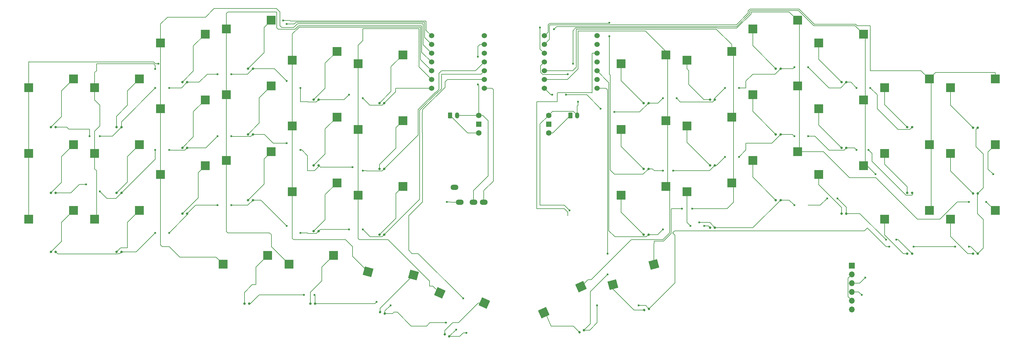
<source format=gbl>
%TF.GenerationSoftware,KiCad,Pcbnew,8.0.3*%
%TF.CreationDate,2024-12-16T00:17:53+09:00*%
%TF.ProjectId,manjaro_mx,6d616e6a-6172-46f5-9f6d-782e6b696361,rev?*%
%TF.SameCoordinates,Original*%
%TF.FileFunction,Copper,L2,Bot*%
%TF.FilePolarity,Positive*%
%FSLAX46Y46*%
G04 Gerber Fmt 4.6, Leading zero omitted, Abs format (unit mm)*
G04 Created by KiCad (PCBNEW 8.0.3) date 2024-12-16 00:17:53*
%MOMM*%
%LPD*%
G01*
G04 APERTURE LIST*
G04 Aperture macros list*
%AMRoundRect*
0 Rectangle with rounded corners*
0 $1 Rounding radius*
0 $2 $3 $4 $5 $6 $7 $8 $9 X,Y pos of 4 corners*
0 Add a 4 corners polygon primitive as box body*
4,1,4,$2,$3,$4,$5,$6,$7,$8,$9,$2,$3,0*
0 Add four circle primitives for the rounded corners*
1,1,$1+$1,$2,$3*
1,1,$1+$1,$4,$5*
1,1,$1+$1,$6,$7*
1,1,$1+$1,$8,$9*
0 Add four rect primitives between the rounded corners*
20,1,$1+$1,$2,$3,$4,$5,0*
20,1,$1+$1,$4,$5,$6,$7,0*
20,1,$1+$1,$6,$7,$8,$9,0*
20,1,$1+$1,$8,$9,$2,$3,0*%
%AMRotRect*
0 Rectangle, with rotation*
0 The origin of the aperture is its center*
0 $1 length*
0 $2 width*
0 $3 Rotation angle, in degrees counterclockwise*
0 Add horizontal line*
21,1,$1,$2,0,0,$3*%
G04 Aperture macros list end*
%TA.AperFunction,SMDPad,CuDef*%
%ADD10RotRect,2.550000X2.500000X15.000000*%
%TD*%
%TA.AperFunction,ComponentPad*%
%ADD11O,2.300000X1.500000*%
%TD*%
%TA.AperFunction,ComponentPad*%
%ADD12RoundRect,0.250000X-0.350000X-0.625000X0.350000X-0.625000X0.350000X0.625000X-0.350000X0.625000X0*%
%TD*%
%TA.AperFunction,ComponentPad*%
%ADD13O,1.200000X1.750000*%
%TD*%
%TA.AperFunction,ComponentPad*%
%ADD14R,1.700000X1.700000*%
%TD*%
%TA.AperFunction,ComponentPad*%
%ADD15O,1.700000X1.700000*%
%TD*%
%TA.AperFunction,ComponentPad*%
%ADD16C,1.524000*%
%TD*%
%TA.AperFunction,SMDPad,CuDef*%
%ADD17RoundRect,0.150000X-0.150000X-0.200000X0.150000X-0.200000X0.150000X0.200000X-0.150000X0.200000X0*%
%TD*%
%TA.AperFunction,ComponentPad*%
%ADD18R,1.500000X1.500000*%
%TD*%
%TA.AperFunction,ComponentPad*%
%ADD19C,1.600000*%
%TD*%
%TA.AperFunction,SMDPad,CuDef*%
%ADD20R,2.550000X2.500000*%
%TD*%
%TA.AperFunction,SMDPad,CuDef*%
%ADD21RoundRect,0.150000X-0.056195X-0.243602X0.218124X-0.122156X0.056195X0.243602X-0.218124X0.122156X0*%
%TD*%
%TA.AperFunction,SMDPad,CuDef*%
%ADD22RoundRect,0.150000X-0.196653X-0.154362X0.093125X-0.232008X0.196653X0.154362X-0.093125X0.232008X0*%
%TD*%
%TA.AperFunction,SMDPad,CuDef*%
%ADD23RoundRect,0.150000X-0.218124X-0.122156X0.056195X-0.243602X0.218124X0.122156X-0.056195X0.243602X0*%
%TD*%
%TA.AperFunction,SMDPad,CuDef*%
%ADD24RotRect,2.550000X2.500000X24.001000*%
%TD*%
%TA.AperFunction,SMDPad,CuDef*%
%ADD25RoundRect,0.150000X-0.093125X-0.232008X0.196653X-0.154362X0.093125X0.232008X-0.196653X0.154362X0*%
%TD*%
%TA.AperFunction,SMDPad,CuDef*%
%ADD26RotRect,2.550000X2.500000X345.000000*%
%TD*%
%TA.AperFunction,SMDPad,CuDef*%
%ADD27RotRect,2.550000X2.500000X336.000000*%
%TD*%
%TA.AperFunction,ViaPad*%
%ADD28C,0.600000*%
%TD*%
%TA.AperFunction,ViaPad*%
%ADD29C,0.300000*%
%TD*%
%TA.AperFunction,Conductor*%
%ADD30C,0.200000*%
%TD*%
G04 APERTURE END LIST*
D10*
%TO.P,rSW17,1,1*%
%TO.N,Net-(rD17-A)*%
X212049015Y-128980281D03*
%TO.P,rSW17,2,2*%
%TO.N,rCOL1*%
X223878138Y-123181076D03*
%TD*%
D11*
%TO.P,J1,1,A*%
%TO.N,unconnected-(J1-A-Pad1)*%
X166250000Y-100800000D03*
%TO.P,J1,4,D*%
%TO.N,5V*%
X167750000Y-105100000D03*
%TO.P,J1,3,C*%
%TO.N,BAT-*%
X171750000Y-105100000D03*
%TO.P,J1,2,B*%
%TO.N,TX*%
X174750000Y-105100000D03*
%TD*%
D12*
%TO.P,BT1,1,+*%
%TO.N,BAT+*%
X165000000Y-80000000D03*
D13*
%TO.P,BT1,2,-*%
%TO.N,BAT-*%
X167000000Y-80000000D03*
%TD*%
D14*
%TO.P,rJ3,1,Pin_1*%
%TO.N,3V3*%
X281150000Y-123475000D03*
D15*
%TO.P,rJ3,2,Pin_2*%
%TO.N,rBAT-*%
X281150000Y-126015000D03*
%TO.P,rJ3,3,Pin_3*%
%TO.N,SCLK*%
X281150000Y-128555000D03*
%TO.P,rJ3,4,Pin_4*%
%TO.N,SDIO*%
X281150000Y-131095000D03*
%TO.P,rJ3,5,Pin_5*%
%TO.N,rBAT-*%
X281150000Y-133635000D03*
%TO.P,rJ3,6,Pin_6*%
%TO.N,unconnected-(rJ3-Pin_6-Pad6)*%
X281150000Y-136175000D03*
%TD*%
D16*
%TO.P,rU1,1,P0.02_AIN0_LOW_A0_D0*%
%TO.N,rROW1*%
X192230000Y-56880000D03*
%TO.P,rU1,2,P0.03_AIN1_LOW_A1_D1*%
%TO.N,rCOL4*%
X192230000Y-59420000D03*
%TO.P,rU1,3,P0.28_AIN4_LOW_A2_D2*%
%TO.N,rCOL3*%
X192230000Y-61960000D03*
%TO.P,rU1,4,P0.29_AIN5_LOW_A3_D3*%
%TO.N,rCOL2*%
X192230000Y-64500000D03*
%TO.P,rU1,5,P0.04_AIN2_A4_D4*%
%TO.N,rCOL1*%
X192230000Y-67040000D03*
%TO.P,rU1,6,P0.05_AIN3_A5_D5*%
%TO.N,rCOL0*%
X192230000Y-69580000D03*
%TO.P,rU1,7,P1.11_TX_D6*%
%TO.N,rROW0*%
X192230000Y-72120000D03*
%TO.P,rU1,8,P1.12_RX_D7*%
%TO.N,rROW3*%
X207470000Y-72120000D03*
%TO.P,rU1,9,P1.13_SCK_D8*%
%TO.N,SCLK*%
X207470000Y-69580000D03*
%TO.P,rU1,10,P1.14_MISO_D9*%
%TO.N,rROW2*%
X207470000Y-67040000D03*
%TO.P,rU1,11,P1.15_MOSI_D10*%
%TO.N,SDIO*%
X207470000Y-64500000D03*
%TO.P,rU1,12,3V3*%
%TO.N,3V3*%
X207470000Y-61960000D03*
%TO.P,rU1,13,GND*%
%TO.N,rBAT-*%
X207470000Y-59420000D03*
%TO.P,rU1,14,VBUS*%
%TO.N,unconnected-(rU1-VBUS-Pad14)*%
X207470000Y-56880000D03*
%TD*%
%TO.P,U1,1,P0.02_AIN0_LOW_A0_D0*%
%TO.N,COL5*%
X159630000Y-56880000D03*
%TO.P,U1,2,P0.03_AIN1_LOW_A1_D1*%
%TO.N,COL4*%
X159630000Y-59420000D03*
%TO.P,U1,3,P0.28_AIN4_LOW_A2_D2*%
%TO.N,COL3*%
X159630000Y-61960000D03*
%TO.P,U1,4,P0.29_AIN5_LOW_A3_D3*%
%TO.N,COL2*%
X159630000Y-64500000D03*
%TO.P,U1,5,P0.04_AIN2_A4_D4*%
%TO.N,COL1*%
X159630000Y-67040000D03*
%TO.P,U1,6,P0.05_AIN3_A5_D5*%
%TO.N,COL0*%
X159630000Y-69580000D03*
%TO.P,U1,7,P1.11_TX_D6*%
%TO.N,ROW0*%
X159630000Y-72120000D03*
%TO.P,U1,8,P1.12_RX_D7*%
%TO.N,TX*%
X174870000Y-72120000D03*
%TO.P,U1,9,P1.13_SCK_D8*%
%TO.N,ROW3*%
X174870000Y-69580000D03*
%TO.P,U1,10,P1.14_MISO_D9*%
%TO.N,ROW2*%
X174870000Y-67040000D03*
%TO.P,U1,11,P1.15_MOSI_D10*%
%TO.N,ROW1*%
X174870000Y-64500000D03*
%TO.P,U1,12,3V3*%
%TO.N,unconnected-(U1-3V3-Pad12)_0*%
X174870000Y-61960000D03*
%TO.P,U1,13,GND*%
%TO.N,BAT-*%
X174870000Y-59420000D03*
%TO.P,U1,14,VBUS*%
%TO.N,5V*%
X174870000Y-56880000D03*
%TD*%
D12*
%TO.P,rBT1,1,+*%
%TO.N,rBAT+*%
X199750000Y-80000000D03*
D13*
%TO.P,rBT1,2,-*%
%TO.N,rBAT-*%
X201750000Y-80000000D03*
%TD*%
D17*
%TO.P,D7,1,K*%
%TO.N,ROW1*%
X145950000Y-95450000D03*
%TO.P,D7,2,A*%
%TO.N,Net-(D7-A)*%
X144550000Y-95450000D03*
%TD*%
D18*
%TO.P,PowerSW1,1,B*%
%TO.N,Net-(PowerSW1-B)*%
X173250000Y-82500000D03*
D19*
%TO.P,PowerSW1,2,C*%
%TO.N,BAT-*%
X173250000Y-79960000D03*
%TO.P,PowerSW1,3,A*%
%TO.N,BAT+*%
X173250000Y-85040000D03*
%TD*%
D20*
%TO.P,rSW13,1,1*%
%TO.N,Net-(rD13-A)*%
X252515000Y-93060000D03*
%TO.P,rSW13,2,2*%
%TO.N,rCOL2*%
X265442000Y-90520000D03*
%TD*%
D17*
%TO.P,D9,1,K*%
%TO.N,ROW1*%
X107950000Y-85450000D03*
%TO.P,D9,2,A*%
%TO.N,Net-(D9-A)*%
X106550000Y-85450000D03*
%TD*%
D20*
%TO.P,rSW2,1,1*%
%TO.N,Net-(rD2-A)*%
X233465000Y-63960000D03*
%TO.P,rSW2,2,2*%
%TO.N,rCOL1*%
X246392000Y-61420000D03*
%TD*%
%TO.P,rSW5,1,1*%
%TO.N,Net-(rD5-A)*%
X290615000Y-71960000D03*
%TO.P,rSW5,2,2*%
%TO.N,rCOL4*%
X303542000Y-69420000D03*
%TD*%
D17*
%TO.P,D16,1,K*%
%TO.N,ROW2*%
X88950000Y-108450000D03*
%TO.P,D16,2,A*%
%TO.N,Net-(D16-A)*%
X87550000Y-108450000D03*
%TD*%
D20*
%TO.P,rSW14,1,1*%
%TO.N,Net-(rD14-A)*%
X271565000Y-97060000D03*
%TO.P,rSW14,2,2*%
%TO.N,rCOL3*%
X284492000Y-94520000D03*
%TD*%
D17*
%TO.P,rD1,1,K*%
%TO.N,rROW0*%
X222350000Y-76400000D03*
%TO.P,rD1,2,A*%
%TO.N,Net-(rD1-A)*%
X220950000Y-76400000D03*
%TD*%
D20*
%TO.P,rSW15,1,1*%
%TO.N,Net-(rD15-A)*%
X290615000Y-110060000D03*
%TO.P,rSW15,2,2*%
%TO.N,rCOL4*%
X303542000Y-107520000D03*
%TD*%
D17*
%TO.P,rD3,1,K*%
%TO.N,rROW0*%
X260550000Y-66400000D03*
%TO.P,rD3,2,A*%
%TO.N,Net-(rD3-A)*%
X259150000Y-66400000D03*
%TD*%
%TO.P,rD15,1,K*%
%TO.N,rROW2*%
X298550000Y-120000000D03*
%TO.P,rD15,2,A*%
%TO.N,Net-(rD15-A)*%
X297150000Y-120000000D03*
%TD*%
%TO.P,rD13,1,K*%
%TO.N,rROW2*%
X260550000Y-104500000D03*
%TO.P,rD13,2,A*%
%TO.N,Net-(rD13-A)*%
X259150000Y-104500000D03*
%TD*%
D20*
%TO.P,rSW8,1,1*%
%TO.N,Net-(rD8-A)*%
X252515000Y-74010000D03*
%TO.P,rSW8,2,2*%
%TO.N,rCOL2*%
X265442000Y-71470000D03*
%TD*%
D17*
%TO.P,D15,1,K*%
%TO.N,ROW2*%
X107950000Y-104500000D03*
%TO.P,D15,2,A*%
%TO.N,Net-(D15-A)*%
X106550000Y-104500000D03*
%TD*%
D20*
%TO.P,SW15,1,1*%
%TO.N,COL2*%
X100315000Y-93060000D03*
%TO.P,SW15,2,2*%
%TO.N,Net-(D15-A)*%
X113242000Y-90520000D03*
%TD*%
%TO.P,SW10,1,1*%
%TO.N,COL3*%
X81265000Y-78010000D03*
%TO.P,SW10,2,2*%
%TO.N,Net-(D10-A)*%
X94192000Y-75470000D03*
%TD*%
%TO.P,SW21,1,1*%
%TO.N,COL2*%
X118365000Y-123060000D03*
%TO.P,SW21,2,2*%
%TO.N,Net-(D21-A)*%
X131292000Y-120520000D03*
%TD*%
D21*
%TO.P,rD16,1,K*%
%TO.N,rROW3*%
X203640077Y-142216624D03*
%TO.P,rD16,2,A*%
%TO.N,Net-(rD16-A)*%
X202359923Y-142783376D03*
%TD*%
D20*
%TO.P,SW16,1,1*%
%TO.N,COL3*%
X81265000Y-97060000D03*
%TO.P,SW16,2,2*%
%TO.N,Net-(D16-A)*%
X94192000Y-94520000D03*
%TD*%
%TO.P,rSW4,1,1*%
%TO.N,Net-(rD4-A)*%
X271565000Y-58960000D03*
%TO.P,rSW4,2,2*%
%TO.N,rCOL3*%
X284492000Y-56420000D03*
%TD*%
D17*
%TO.P,D18,1,K*%
%TO.N,ROW2*%
X50950000Y-119500000D03*
%TO.P,D18,2,A*%
%TO.N,Net-(D18-A)*%
X49550000Y-119500000D03*
%TD*%
D22*
%TO.P,D20,1,K*%
%TO.N,ROW3*%
X146102296Y-137362346D03*
%TO.P,D20,2,A*%
%TO.N,Net-(D20-A)*%
X144750000Y-137000000D03*
%TD*%
D20*
%TO.P,SW22,1,1*%
%TO.N,COL3*%
X99315000Y-123060000D03*
%TO.P,SW22,2,2*%
%TO.N,Net-(D22-A)*%
X112242000Y-120520000D03*
%TD*%
D17*
%TO.P,D1,1,K*%
%TO.N,ROW0*%
X145950000Y-76400000D03*
%TO.P,D1,2,A*%
%TO.N,Net-(D1-A)*%
X144550000Y-76400000D03*
%TD*%
D20*
%TO.P,rSW18,1,1*%
%TO.N,Net-(rD18-A)*%
X309665000Y-110060000D03*
%TO.P,rSW18,2,2*%
%TO.N,rCOL2*%
X322592000Y-107520000D03*
%TD*%
D17*
%TO.P,rD11,1,K*%
%TO.N,rROW2*%
X222350000Y-114500000D03*
%TO.P,rD11,2,A*%
%TO.N,Net-(rD11-A)*%
X220950000Y-114500000D03*
%TD*%
D20*
%TO.P,rSW1,1,1*%
%TO.N,Net-(rD1-A)*%
X214415000Y-64960000D03*
%TO.P,rSW1,2,2*%
%TO.N,rCOL0*%
X227342000Y-62420000D03*
%TD*%
D17*
%TO.P,rD7,1,K*%
%TO.N,rROW1*%
X241550000Y-94450000D03*
%TO.P,rD7,2,A*%
%TO.N,Net-(rD7-A)*%
X240150000Y-94450000D03*
%TD*%
D20*
%TO.P,rSW10,1,1*%
%TO.N,Net-(rD10-A)*%
X290615000Y-91010000D03*
%TO.P,rSW10,2,2*%
%TO.N,rCOL4*%
X303542000Y-88470000D03*
%TD*%
D17*
%TO.P,rD8,1,K*%
%TO.N,rROW1*%
X260550000Y-85450000D03*
%TO.P,rD8,2,A*%
%TO.N,Net-(rD8-A)*%
X259150000Y-85450000D03*
%TD*%
%TO.P,D21,1,K*%
%TO.N,ROW3*%
X125950000Y-134500000D03*
%TO.P,D21,2,A*%
%TO.N,Net-(D21-A)*%
X124550000Y-134500000D03*
%TD*%
D20*
%TO.P,SW3,1,1*%
%TO.N,COL2*%
X100315000Y-54960000D03*
%TO.P,SW3,2,2*%
%TO.N,Net-(D3-A)*%
X113242000Y-52420000D03*
%TD*%
D17*
%TO.P,D22,1,K*%
%TO.N,ROW3*%
X106900000Y-134500000D03*
%TO.P,D22,2,A*%
%TO.N,Net-(D22-A)*%
X105500000Y-134500000D03*
%TD*%
%TO.P,D14,1,K*%
%TO.N,ROW2*%
X126950000Y-113500000D03*
%TO.P,D14,2,A*%
%TO.N,Net-(D14-A)*%
X125550000Y-113500000D03*
%TD*%
D20*
%TO.P,SW9,1,1*%
%TO.N,COL2*%
X100315000Y-74010000D03*
%TO.P,SW9,2,2*%
%TO.N,Net-(D9-A)*%
X113242000Y-71470000D03*
%TD*%
D17*
%TO.P,D13,1,K*%
%TO.N,ROW2*%
X145950000Y-114500000D03*
%TO.P,D13,2,A*%
%TO.N,Net-(D13-A)*%
X144550000Y-114500000D03*
%TD*%
D20*
%TO.P,rSW19,1,1*%
%TO.N,Net-(rD19-A)*%
X309665000Y-91010000D03*
%TO.P,rSW19,2,2*%
%TO.N,rCOL3*%
X322592000Y-88470000D03*
%TD*%
%TO.P,SW6,1,1*%
%TO.N,COL5*%
X43165000Y-71960000D03*
%TO.P,SW6,2,2*%
%TO.N,Net-(D6-A)*%
X56092000Y-69420000D03*
%TD*%
%TO.P,rSW20,1,1*%
%TO.N,Net-(rD20-A)*%
X309665000Y-71960000D03*
%TO.P,rSW20,2,2*%
%TO.N,rCOL4*%
X322592000Y-69420000D03*
%TD*%
D23*
%TO.P,D19,1,K*%
%TO.N,ROW3*%
X164750000Y-144000000D03*
%TO.P,D19,2,A*%
%TO.N,Net-(D19-A)*%
X163469846Y-143433248D03*
%TD*%
D20*
%TO.P,SW5,1,1*%
%TO.N,COL4*%
X62215000Y-71960000D03*
%TO.P,SW5,2,2*%
%TO.N,Net-(D5-A)*%
X75142000Y-69420000D03*
%TD*%
D17*
%TO.P,rD4,1,K*%
%TO.N,rROW0*%
X279550000Y-70350000D03*
%TO.P,rD4,2,A*%
%TO.N,Net-(rD4-A)*%
X278150000Y-70350000D03*
%TD*%
D18*
%TO.P,rPowerSW1,1,B*%
%TO.N,Net-(rPowerSW1-B)*%
X193500000Y-82500000D03*
D19*
%TO.P,rPowerSW1,2,C*%
%TO.N,rBAT-*%
X193500000Y-79960000D03*
%TO.P,rPowerSW1,3,A*%
%TO.N,rBAT+*%
X193500000Y-85040000D03*
%TD*%
D20*
%TO.P,SW18,1,1*%
%TO.N,COL5*%
X43165000Y-110060000D03*
%TO.P,SW18,2,2*%
%TO.N,Net-(D18-A)*%
X56092000Y-107520000D03*
%TD*%
%TO.P,rSW12,1,1*%
%TO.N,Net-(rD12-A)*%
X233465000Y-102060000D03*
%TO.P,rSW12,2,2*%
%TO.N,rCOL1*%
X246392000Y-99520000D03*
%TD*%
%TO.P,SW12,1,1*%
%TO.N,COL5*%
X43165000Y-91010000D03*
%TO.P,SW12,2,2*%
%TO.N,Net-(D12-A)*%
X56092000Y-88470000D03*
%TD*%
D17*
%TO.P,D3,1,K*%
%TO.N,ROW0*%
X107950000Y-66400000D03*
%TO.P,D3,2,A*%
%TO.N,Net-(D3-A)*%
X106550000Y-66400000D03*
%TD*%
%TO.P,rD9,1,K*%
%TO.N,rROW1*%
X279550000Y-89400000D03*
%TO.P,rD9,2,A*%
%TO.N,Net-(rD9-A)*%
X278150000Y-89400000D03*
%TD*%
D20*
%TO.P,rSW6,1,1*%
%TO.N,Net-(rD6-A)*%
X214415000Y-84010000D03*
%TO.P,rSW6,2,2*%
%TO.N,rCOL0*%
X227342000Y-81470000D03*
%TD*%
%TO.P,SW8,1,1*%
%TO.N,COL1*%
X119365000Y-83010000D03*
%TO.P,SW8,2,2*%
%TO.N,Net-(D8-A)*%
X132292000Y-80470000D03*
%TD*%
D24*
%TO.P,rSW16,1,1*%
%TO.N,Net-(rD16-A)*%
X192044429Y-137161455D03*
%TO.P,rSW16,2,2*%
%TO.N,rCOL0*%
X202820588Y-129582977D03*
%TD*%
D20*
%TO.P,SW7,1,1*%
%TO.N,COL0*%
X138415000Y-84010000D03*
%TO.P,SW7,2,2*%
%TO.N,Net-(D7-A)*%
X151342000Y-81470000D03*
%TD*%
D17*
%TO.P,D10,1,K*%
%TO.N,ROW1*%
X88950000Y-89400000D03*
%TO.P,D10,2,A*%
%TO.N,Net-(D10-A)*%
X87550000Y-89400000D03*
%TD*%
D20*
%TO.P,SW11,1,1*%
%TO.N,COL4*%
X62215000Y-91010000D03*
%TO.P,SW11,2,2*%
%TO.N,Net-(D11-A)*%
X75142000Y-88470000D03*
%TD*%
D17*
%TO.P,rD14,1,K*%
%TO.N,rROW2*%
X279550000Y-108450000D03*
%TO.P,rD14,2,A*%
%TO.N,Net-(rD14-A)*%
X278150000Y-108450000D03*
%TD*%
%TO.P,rD5,1,K*%
%TO.N,rROW0*%
X298550000Y-83400000D03*
%TO.P,rD5,2,A*%
%TO.N,Net-(rD5-A)*%
X297150000Y-83400000D03*
%TD*%
%TO.P,rD20,1,K*%
%TO.N,rROW3*%
X317550000Y-83500000D03*
%TO.P,rD20,2,A*%
%TO.N,Net-(rD20-A)*%
X316150000Y-83500000D03*
%TD*%
%TO.P,rD6,1,K*%
%TO.N,rROW1*%
X222350000Y-95450000D03*
%TO.P,rD6,2,A*%
%TO.N,Net-(rD6-A)*%
X220950000Y-95450000D03*
%TD*%
D20*
%TO.P,SW14,1,1*%
%TO.N,COL1*%
X119365000Y-102060000D03*
%TO.P,SW14,2,2*%
%TO.N,Net-(D14-A)*%
X132292000Y-99520000D03*
%TD*%
D17*
%TO.P,D2,1,K*%
%TO.N,ROW0*%
X126950000Y-75400000D03*
%TO.P,D2,2,A*%
%TO.N,Net-(D2-A)*%
X125550000Y-75400000D03*
%TD*%
D20*
%TO.P,SW13,1,1*%
%TO.N,COL0*%
X138415000Y-103060000D03*
%TO.P,SW13,2,2*%
%TO.N,Net-(D13-A)*%
X151342000Y-100520000D03*
%TD*%
D17*
%TO.P,D17,1,K*%
%TO.N,ROW2*%
X69950000Y-119500000D03*
%TO.P,D17,2,A*%
%TO.N,Net-(D17-A)*%
X68550000Y-119500000D03*
%TD*%
%TO.P,D11,1,K*%
%TO.N,ROW1*%
X69950000Y-102450000D03*
%TO.P,D11,2,A*%
%TO.N,Net-(D11-A)*%
X68550000Y-102450000D03*
%TD*%
%TO.P,rD10,1,K*%
%TO.N,rROW1*%
X298550000Y-102450000D03*
%TO.P,rD10,2,A*%
%TO.N,Net-(rD10-A)*%
X297150000Y-102450000D03*
%TD*%
%TO.P,D4,1,K*%
%TO.N,ROW0*%
X88950000Y-70350000D03*
%TO.P,D4,2,A*%
%TO.N,Net-(D4-A)*%
X87550000Y-70350000D03*
%TD*%
D20*
%TO.P,rSW7,1,1*%
%TO.N,Net-(rD7-A)*%
X233465000Y-83010000D03*
%TO.P,rSW7,2,2*%
%TO.N,rCOL1*%
X246392000Y-80470000D03*
%TD*%
D25*
%TO.P,rD17,1,K*%
%TO.N,rROW3*%
X222500000Y-136000000D03*
%TO.P,rD17,2,A*%
%TO.N,Net-(rD17-A)*%
X221147704Y-136362346D03*
%TD*%
D20*
%TO.P,SW17,1,1*%
%TO.N,COL4*%
X62215000Y-110060000D03*
%TO.P,SW17,2,2*%
%TO.N,Net-(D17-A)*%
X75142000Y-107520000D03*
%TD*%
%TO.P,SW4,1,1*%
%TO.N,COL3*%
X81265000Y-58960000D03*
%TO.P,SW4,2,2*%
%TO.N,Net-(D4-A)*%
X94192000Y-56420000D03*
%TD*%
D17*
%TO.P,D5,1,K*%
%TO.N,ROW0*%
X69950000Y-83400000D03*
%TO.P,D5,2,A*%
%TO.N,Net-(D5-A)*%
X68550000Y-83400000D03*
%TD*%
%TO.P,rD19,1,K*%
%TO.N,rROW3*%
X317550000Y-102550000D03*
%TO.P,rD19,2,A*%
%TO.N,Net-(rD19-A)*%
X316150000Y-102550000D03*
%TD*%
%TO.P,D6,1,K*%
%TO.N,ROW0*%
X50950000Y-83400000D03*
%TO.P,D6,2,A*%
%TO.N,Net-(D6-A)*%
X49550000Y-83400000D03*
%TD*%
D20*
%TO.P,SW2,1,1*%
%TO.N,COL1*%
X119365000Y-63960000D03*
%TO.P,SW2,2,2*%
%TO.N,Net-(D2-A)*%
X132292000Y-61420000D03*
%TD*%
%TO.P,rSW3,1,1*%
%TO.N,Net-(rD3-A)*%
X252515000Y-54960000D03*
%TO.P,rSW3,2,2*%
%TO.N,rCOL2*%
X265442000Y-52420000D03*
%TD*%
D26*
%TO.P,SW20,1,1*%
%TO.N,COL1*%
X141263816Y-125312815D03*
%TO.P,SW20,2,2*%
%TO.N,Net-(D20-A)*%
X154407739Y-126205118D03*
%TD*%
D17*
%TO.P,rD2,1,K*%
%TO.N,rROW0*%
X241550000Y-75400000D03*
%TO.P,rD2,2,A*%
%TO.N,Net-(rD2-A)*%
X240150000Y-75400000D03*
%TD*%
D20*
%TO.P,rSW9,1,1*%
%TO.N,Net-(rD9-A)*%
X271565000Y-78010000D03*
%TO.P,rSW9,2,2*%
%TO.N,rCOL3*%
X284492000Y-75470000D03*
%TD*%
D17*
%TO.P,rD18,1,K*%
%TO.N,rROW3*%
X317550000Y-120000000D03*
%TO.P,rD18,2,A*%
%TO.N,Net-(rD18-A)*%
X316150000Y-120000000D03*
%TD*%
%TO.P,D8,1,K*%
%TO.N,ROW1*%
X126950000Y-94450000D03*
%TO.P,D8,2,A*%
%TO.N,Net-(D8-A)*%
X125550000Y-94450000D03*
%TD*%
%TO.P,D12,1,K*%
%TO.N,ROW1*%
X50950000Y-102450000D03*
%TO.P,D12,2,A*%
%TO.N,Net-(D12-A)*%
X49550000Y-102450000D03*
%TD*%
%TO.P,rD12,1,K*%
%TO.N,rROW2*%
X241550000Y-112500000D03*
%TO.P,rD12,2,A*%
%TO.N,Net-(rD12-A)*%
X240150000Y-112500000D03*
%TD*%
D27*
%TO.P,SW19,1,1*%
%TO.N,COL0*%
X162010642Y-131397865D03*
%TO.P,SW19,2,2*%
%TO.N,Net-(D19-A)*%
X174853155Y-134335345D03*
%TD*%
D20*
%TO.P,SW1,1,1*%
%TO.N,COL0*%
X138415000Y-64960000D03*
%TO.P,SW1,2,2*%
%TO.N,Net-(D1-A)*%
X151342000Y-62420000D03*
%TD*%
%TO.P,rSW11,1,1*%
%TO.N,Net-(rD11-A)*%
X214415000Y-103060000D03*
%TO.P,rSW11,2,2*%
%TO.N,rCOL0*%
X227342000Y-100520000D03*
%TD*%
D28*
%TO.N,5V*%
X164000000Y-105000000D03*
%TO.N,SCLK*%
X285000000Y-127000000D03*
%TO.N,SDIO*%
X284000000Y-132000000D03*
%TO.N,rROW0*%
X194500000Y-74000000D03*
X264500000Y-66000000D03*
X248500000Y-72000000D03*
X212500000Y-79000000D03*
X208500000Y-78000000D03*
X198500000Y-74000000D03*
X268500000Y-66000000D03*
X230500000Y-75000000D03*
X286500000Y-72000000D03*
X226500000Y-75000000D03*
X244500000Y-72000000D03*
X282500000Y-72000000D03*
%TO.N,rROW1*%
X229500000Y-96000000D03*
X226500000Y-96000000D03*
X248500000Y-92000000D03*
X244500000Y-92000000D03*
X268500000Y-86000000D03*
X211000000Y-53100000D03*
X282500000Y-90000000D03*
X264500000Y-86000000D03*
X286000000Y-90000000D03*
X211000000Y-57000000D03*
%TO.N,rROW2*%
X226500000Y-113000000D03*
X264500000Y-106000000D03*
X291000000Y-116000000D03*
X277000000Y-104000000D03*
X237000000Y-111000000D03*
D29*
X268500000Y-106000000D03*
D28*
X274000000Y-104000000D03*
X294000000Y-116000000D03*
%TO.N,rROW3*%
X299000000Y-118000000D03*
X207500000Y-135000000D03*
X219500000Y-135000000D03*
X311000000Y-118000000D03*
X210500000Y-126000000D03*
X315000000Y-118000000D03*
X210500000Y-120000000D03*
X292000000Y-118000000D03*
%TO.N,Net-(rD12-A)*%
X234500000Y-112000000D03*
X238500000Y-112000000D03*
%TO.N,rBAT-*%
X202000000Y-76000000D03*
X199500000Y-107500000D03*
%TO.N,rCOL1*%
X232000000Y-107000000D03*
X235000000Y-107000000D03*
%TO.N,rCOL2*%
X320000000Y-105000000D03*
X200500000Y-65000000D03*
X199000000Y-68000000D03*
X315000000Y-105000000D03*
%TO.N,rCOL3*%
X288000000Y-97000000D03*
X322000000Y-97000000D03*
X195000000Y-55000000D03*
X191000000Y-54500000D03*
D29*
%TO.N,3V3*%
X199000000Y-109000000D03*
D28*
%TO.N,BAT-*%
X173000000Y-63000000D03*
X173000000Y-71000000D03*
%TO.N,ROW0*%
X135750000Y-74000000D03*
X79750000Y-72000000D03*
X121750000Y-72000000D03*
X97750000Y-68000000D03*
X139750000Y-75000000D03*
X117750000Y-70000000D03*
X63750000Y-86000000D03*
X83750000Y-72000000D03*
X101750000Y-68000000D03*
X60750000Y-86000000D03*
%TO.N,ROW1*%
X83750000Y-90000000D03*
X139750000Y-96000000D03*
X121750000Y-90000000D03*
X79750000Y-90000000D03*
X63750000Y-102000000D03*
X59750000Y-100000000D03*
X101750000Y-86000000D03*
X136750000Y-95000000D03*
X117750000Y-88000000D03*
X97750000Y-86000000D03*
%TO.N,ROW2*%
X121750000Y-114000000D03*
X117750000Y-112000000D03*
X83750000Y-114000000D03*
X79750000Y-114000000D03*
X135750000Y-113000000D03*
X97750000Y-106000000D03*
X101750000Y-106000000D03*
X139750000Y-113000000D03*
%TO.N,ROW3*%
X163750000Y-140000000D03*
X169750000Y-143000000D03*
X168750000Y-133000000D03*
X122750000Y-132000000D03*
X166750000Y-142000000D03*
X125750000Y-132000000D03*
X147750000Y-135000000D03*
X143750000Y-134000000D03*
%TO.N,COL5*%
X80665000Y-65000000D03*
X116750000Y-52500000D03*
%TO.N,COL4*%
X117750000Y-53500000D03*
X79750000Y-66500000D03*
%TD*%
D30*
%TO.N,5V*%
X165100000Y-105100000D02*
X167750000Y-105100000D01*
X165000000Y-105000000D02*
X165100000Y-105100000D01*
X164000000Y-105000000D02*
X165000000Y-105000000D01*
%TO.N,BAT-*%
X176000000Y-97500000D02*
X171750000Y-101750000D01*
X176000000Y-81500000D02*
X176000000Y-97500000D01*
X174460000Y-79960000D02*
X176000000Y-81500000D01*
X171750000Y-101750000D02*
X171750000Y-105100000D01*
X173250000Y-79960000D02*
X174460000Y-79960000D01*
%TO.N,TX*%
X177500000Y-72500000D02*
X177500000Y-99000000D01*
X177120000Y-72120000D02*
X177500000Y-72500000D01*
X174750000Y-101750000D02*
X174750000Y-105100000D01*
X174870000Y-72120000D02*
X177120000Y-72120000D01*
X177500000Y-99000000D02*
X174750000Y-101750000D01*
%TO.N,SCLK*%
X283445000Y-128555000D02*
X281150000Y-128555000D01*
X285000000Y-127000000D02*
X283445000Y-128555000D01*
%TO.N,SDIO*%
X207470000Y-64530000D02*
X207000000Y-65000000D01*
X283095000Y-131095000D02*
X281150000Y-131095000D01*
X284000000Y-132000000D02*
X283095000Y-131095000D01*
%TO.N,Net-(rD1-A)*%
X214415000Y-69865000D02*
X220950000Y-76400000D01*
X214415000Y-64960000D02*
X214415000Y-69865000D01*
%TO.N,rROW0*%
X288500000Y-78000000D02*
X294550000Y-84050000D01*
X212500000Y-79000000D02*
X219750000Y-79000000D01*
X198500000Y-74000000D02*
X204500000Y-74000000D01*
X204500000Y-74000000D02*
X208500000Y-78000000D01*
X219750000Y-79000000D02*
X222350000Y-76400000D01*
X268500000Y-66000000D02*
X274500000Y-72000000D01*
X252500000Y-68000000D02*
X258950000Y-68000000D01*
X222350000Y-76400000D02*
X225100000Y-76400000D01*
X258950000Y-68000000D02*
X260550000Y-66400000D01*
X286500000Y-72000000D02*
X288500000Y-74000000D01*
X288500000Y-74000000D02*
X288500000Y-78000000D01*
X241550000Y-74950000D02*
X244500000Y-72000000D01*
X230500000Y-75000000D02*
X231550000Y-76050000D01*
X260550000Y-66400000D02*
X264100000Y-66400000D01*
X280850000Y-70350000D02*
X282500000Y-72000000D01*
X297900000Y-84050000D02*
X298550000Y-83400000D01*
X279550000Y-70350000D02*
X280850000Y-70350000D01*
X294550000Y-84050000D02*
X297900000Y-84050000D01*
X250500000Y-70000000D02*
X250500000Y-72000000D01*
X274500000Y-72000000D02*
X277900000Y-72000000D01*
X194110000Y-74000000D02*
X194500000Y-74000000D01*
X240900000Y-76050000D02*
X241550000Y-75400000D01*
X264100000Y-66400000D02*
X264500000Y-66000000D01*
X231550000Y-76050000D02*
X240900000Y-76050000D01*
X192230000Y-72120000D02*
X194110000Y-74000000D01*
X277900000Y-72000000D02*
X279550000Y-70350000D01*
X248500000Y-72000000D02*
X250500000Y-72000000D01*
X250500000Y-70000000D02*
X252500000Y-68000000D01*
X225100000Y-76400000D02*
X226500000Y-75000000D01*
X241550000Y-75400000D02*
X241550000Y-74950000D01*
%TO.N,rROW1*%
X192230000Y-56880000D02*
X193300000Y-55810000D01*
X268500000Y-86000000D02*
X270500000Y-86000000D01*
X260550000Y-85450000D02*
X263950000Y-85450000D01*
X248500000Y-92000000D02*
X250500000Y-90000000D01*
X223500000Y-95450000D02*
X222350000Y-95450000D01*
X287000000Y-91000000D02*
X287000000Y-93290552D01*
X296809448Y-103100000D02*
X298465686Y-103100000D01*
X212500000Y-97000000D02*
X220800000Y-97000000D01*
X250500000Y-88000000D02*
X250500000Y-90000000D01*
X193768629Y-53300000D02*
X210800000Y-53300000D01*
X286000000Y-90000000D02*
X287000000Y-91000000D01*
X278900000Y-90050000D02*
X279550000Y-89400000D01*
X224050000Y-96000000D02*
X223500000Y-95450000D01*
X258000000Y-88000000D02*
X260550000Y-85450000D01*
X211000000Y-57000000D02*
X211000000Y-68030000D01*
X281900000Y-89400000D02*
X282500000Y-90000000D01*
X229500000Y-96000000D02*
X240000000Y-96000000D01*
X210800000Y-53300000D02*
X211000000Y-53100000D01*
X211300000Y-68330000D02*
X211300000Y-95800000D01*
X220800000Y-97000000D02*
X222350000Y-95450000D01*
X298550000Y-102450000D02*
X298390000Y-102610000D01*
X193300000Y-55810000D02*
X193300000Y-53768629D01*
X211000000Y-68030000D02*
X211300000Y-68330000D01*
X263950000Y-85450000D02*
X264500000Y-86000000D01*
X211300000Y-95800000D02*
X212500000Y-97000000D01*
X279550000Y-89400000D02*
X281900000Y-89400000D01*
X241550000Y-94450000D02*
X242050000Y-94450000D01*
X193300000Y-53768629D02*
X193768629Y-53300000D01*
X240000000Y-96000000D02*
X241550000Y-94450000D01*
X250500000Y-88000000D02*
X258000000Y-88000000D01*
X287000000Y-93290552D02*
X296809448Y-103100000D01*
X226500000Y-96000000D02*
X224050000Y-96000000D01*
X298465686Y-103100000D02*
X298832843Y-102732843D01*
X270500000Y-86000000D02*
X274550000Y-90050000D01*
X274550000Y-90050000D02*
X278900000Y-90050000D01*
X242050000Y-94450000D02*
X244500000Y-92000000D01*
%TO.N,Net-(rD2-A)*%
X238400000Y-75400000D02*
X240150000Y-75400000D01*
X234000000Y-67000000D02*
X234000000Y-71000000D01*
X233465000Y-66465000D02*
X234000000Y-67000000D01*
X233465000Y-63960000D02*
X233465000Y-66465000D01*
X234000000Y-71000000D02*
X238400000Y-75400000D01*
%TO.N,rROW2*%
X279550000Y-106550000D02*
X279550000Y-108050000D01*
X210900000Y-113400000D02*
X212650000Y-115150000D01*
X279550000Y-108450000D02*
X283450000Y-108450000D01*
X294550000Y-116000000D02*
X298550000Y-120000000D01*
X260550000Y-104500000D02*
X263000000Y-104500000D01*
X252550000Y-112500000D02*
X260550000Y-104500000D01*
X225000000Y-114500000D02*
X226500000Y-113000000D01*
X283450000Y-108450000D02*
X291000000Y-116000000D01*
X207470000Y-67040000D02*
X210900000Y-70470000D01*
X237000000Y-111000000D02*
X240050000Y-111000000D01*
X212650000Y-115150000D02*
X221700000Y-115150000D01*
X263000000Y-104500000D02*
X264500000Y-106000000D01*
X222350000Y-114500000D02*
X225000000Y-114500000D01*
X210900000Y-70470000D02*
X210900000Y-113400000D01*
X272000000Y-106000000D02*
X274000000Y-104000000D01*
X241550000Y-112500000D02*
X252550000Y-112500000D01*
X221700000Y-115150000D02*
X222350000Y-114500000D01*
X294000000Y-116000000D02*
X294550000Y-116000000D01*
X240050000Y-111000000D02*
X241550000Y-112500000D01*
X277000000Y-104000000D02*
X279550000Y-106550000D01*
X279550000Y-108450000D02*
X279550000Y-108799999D01*
X268500000Y-106000000D02*
X272000000Y-106000000D01*
%TO.N,Net-(rD3-A)*%
X252515000Y-59765000D02*
X259150000Y-66400000D01*
X252515000Y-54960000D02*
X252515000Y-59765000D01*
%TO.N,Net-(rD4-A)*%
X271565000Y-58960000D02*
X271565000Y-63765000D01*
X271565000Y-63765000D02*
X278150000Y-70350000D01*
%TO.N,rROW3*%
X230000000Y-128500000D02*
X230000000Y-114700000D01*
X210010000Y-72120000D02*
X207470000Y-72120000D01*
X205490775Y-131009225D02*
X205490775Y-140365926D01*
X317550000Y-120000000D02*
X319150000Y-118400000D01*
X315550000Y-118000000D02*
X317550000Y-120000000D01*
X284804904Y-113400000D02*
X285602452Y-112602452D01*
X291000000Y-118000000D02*
X292000000Y-118000000D01*
X317550000Y-102950000D02*
X317550000Y-102550000D01*
X319150000Y-91150000D02*
X317000000Y-89000000D01*
X315000000Y-118000000D02*
X315550000Y-118000000D01*
X317000000Y-89000000D02*
X317000000Y-84050000D01*
X203678351Y-142178351D02*
X203640077Y-142216624D01*
X203678351Y-142178351D02*
X203678350Y-142178351D01*
X229300000Y-114000000D02*
X229900000Y-113400000D01*
X205490775Y-140365926D02*
X203678351Y-142178351D01*
X203678350Y-142178351D02*
X205321649Y-142178351D01*
X299000000Y-118000000D02*
X311000000Y-118000000D01*
X317440000Y-108440000D02*
X317440000Y-102660000D01*
X210500000Y-72610000D02*
X210500000Y-120000000D01*
X230000000Y-114700000D02*
X229300000Y-114000000D01*
X207500000Y-140000000D02*
X207500000Y-135000000D01*
X229900000Y-113400000D02*
X284804904Y-113400000D01*
X317550000Y-102550000D02*
X319150000Y-100950000D01*
X205321649Y-142178351D02*
X207500000Y-140000000D01*
X210500000Y-126000000D02*
X205490775Y-131009225D01*
X222500000Y-136000000D02*
X230000000Y-128500000D01*
X219500000Y-135000000D02*
X221500000Y-135000000D01*
X210500000Y-72610000D02*
X210010000Y-72120000D01*
X319150000Y-118400000D02*
X319150000Y-110150000D01*
X285602452Y-112602452D02*
X291000000Y-118000000D01*
X319150000Y-100950000D02*
X319150000Y-91150000D01*
X221500000Y-135000000D02*
X222500000Y-136000000D01*
X319150000Y-110150000D02*
X317440000Y-108440000D01*
X317000000Y-84050000D02*
X317550000Y-83500000D01*
X317440000Y-102660000D02*
X317550000Y-102550000D01*
%TO.N,Net-(rD5-A)*%
X290615000Y-71960000D02*
X290615000Y-76865000D01*
X290615000Y-76865000D02*
X297150000Y-83400000D01*
%TO.N,Net-(rD6-A)*%
X214415000Y-84010000D02*
X214415000Y-88915000D01*
X214415000Y-88915000D02*
X220950000Y-95450000D01*
%TO.N,Net-(rD7-A)*%
X233465000Y-87765000D02*
X240150000Y-94450000D01*
X233465000Y-83010000D02*
X233465000Y-87765000D01*
%TO.N,Net-(rD8-A)*%
X252515000Y-74010000D02*
X252515000Y-78815000D01*
X252515000Y-78815000D02*
X259150000Y-85450000D01*
%TO.N,Net-(rD9-A)*%
X271565000Y-78010000D02*
X271565000Y-82815000D01*
X271565000Y-82815000D02*
X278150000Y-89400000D01*
%TO.N,Net-(rD10-A)*%
X297150000Y-100650000D02*
X297150000Y-102450000D01*
X290615000Y-94115000D02*
X297150000Y-100650000D01*
X290615000Y-91010000D02*
X290615000Y-94115000D01*
%TO.N,Net-(rD11-A)*%
X214415000Y-103060000D02*
X214415000Y-107965000D01*
X214415000Y-107965000D02*
X220950000Y-114500000D01*
%TO.N,Net-(rD12-A)*%
X233465000Y-110965000D02*
X234500000Y-112000000D01*
X233465000Y-102060000D02*
X233465000Y-110965000D01*
X238500000Y-112000000D02*
X239650000Y-112000000D01*
X239650000Y-112000000D02*
X240150000Y-112500000D01*
%TO.N,Net-(rD13-A)*%
X252515000Y-97865000D02*
X259150000Y-104500000D01*
X252515000Y-93060000D02*
X252515000Y-97865000D01*
%TO.N,Net-(rD14-A)*%
X271565000Y-100065000D02*
X278150000Y-106650000D01*
X271565000Y-97060000D02*
X271565000Y-100065000D01*
X278150000Y-106650000D02*
X278150000Y-108450000D01*
%TO.N,Net-(rD15-A)*%
X290615000Y-110060000D02*
X290615000Y-114615000D01*
X296000000Y-120000000D02*
X297150000Y-120000000D01*
X290615000Y-114615000D02*
X296000000Y-120000000D01*
%TO.N,Net-(rD16-A)*%
X192901746Y-138018772D02*
X194212460Y-141004286D01*
X200580833Y-141004286D02*
X202359923Y-142783376D01*
X194212460Y-141004286D02*
X200580833Y-141004286D01*
X192044429Y-137161455D02*
X192901746Y-138018772D01*
%TO.N,Net-(rD17-A)*%
X218136985Y-136362346D02*
X221147704Y-136362346D01*
X212049015Y-130274376D02*
X218136985Y-136362346D01*
X212049015Y-128980281D02*
X212049015Y-130274376D01*
%TO.N,Net-(rD18-A)*%
X314650000Y-120000000D02*
X316150000Y-120000000D01*
X309665000Y-110060000D02*
X309665000Y-115015000D01*
X309665000Y-115015000D02*
X314650000Y-120000000D01*
%TO.N,Net-(rD19-A)*%
X309665000Y-91010000D02*
X309665000Y-96065000D01*
X309665000Y-96065000D02*
X316150000Y-102550000D01*
%TO.N,Net-(rD20-A)*%
X309665000Y-77015000D02*
X316150000Y-83500000D01*
X309665000Y-71960000D02*
X309665000Y-77015000D01*
%TO.N,rBAT-*%
X281150000Y-126015000D02*
X280000000Y-127165000D01*
X200575000Y-78825000D02*
X194635000Y-78825000D01*
X201750000Y-77250000D02*
X201750000Y-80000000D01*
X280000000Y-132485000D02*
X281150000Y-133635000D01*
X198000000Y-106000000D02*
X199500000Y-107500000D01*
X202000000Y-76000000D02*
X202000000Y-77000000D01*
X191000000Y-106000000D02*
X198000000Y-106000000D01*
X202000000Y-77000000D02*
X201750000Y-77250000D01*
X194635000Y-78825000D02*
X193500000Y-79960000D01*
X191000000Y-82460000D02*
X191000000Y-106000000D01*
X201750000Y-80000000D02*
X200575000Y-78825000D01*
X280000000Y-127165000D02*
X280000000Y-132485000D01*
X193500000Y-79960000D02*
X191000000Y-82460000D01*
%TO.N,rCOL0*%
X198920000Y-69580000D02*
X202000000Y-66500000D01*
X227342000Y-81470000D02*
X227880000Y-82008000D01*
X227880000Y-99982000D02*
X227342000Y-100520000D01*
X228500000Y-101678000D02*
X228500000Y-114000000D01*
X221422000Y-55500000D02*
X227342000Y-61420000D01*
X228500000Y-114000000D02*
X226500000Y-116000000D01*
X217403565Y-116000000D02*
X205820588Y-127582977D01*
X227342000Y-62420000D02*
X227880000Y-62958000D01*
X227880000Y-82008000D02*
X227880000Y-99982000D01*
X227880000Y-62958000D02*
X227880000Y-80932000D01*
X202000000Y-55500000D02*
X221422000Y-55500000D01*
X227880000Y-80932000D02*
X227342000Y-81470000D01*
X227342000Y-100520000D02*
X228500000Y-101678000D01*
X204820588Y-127582977D02*
X202820588Y-129582977D01*
X205820588Y-127582977D02*
X204820588Y-127582977D01*
X226500000Y-116000000D02*
X217403565Y-116000000D01*
X202000000Y-66500000D02*
X202000000Y-55500000D01*
X192230000Y-69580000D02*
X198920000Y-69580000D01*
%TO.N,rCOL1*%
X246930000Y-81008000D02*
X246930000Y-98982000D01*
X246930000Y-98982000D02*
X246392000Y-99520000D01*
X246392000Y-61892000D02*
X246930000Y-62430000D01*
X246930000Y-105138478D02*
X245068478Y-107000000D01*
X246392000Y-61420000D02*
X246392000Y-61892000D01*
X228900000Y-114165686D02*
X226665686Y-116400000D01*
X246930000Y-100058000D02*
X246930000Y-105138478D01*
X226665686Y-116400000D02*
X224000000Y-116400000D01*
X228900000Y-107100000D02*
X228900000Y-114165686D01*
X224000000Y-117000000D02*
X223878138Y-117121862D01*
X223878138Y-117121862D02*
X223878138Y-123181076D01*
X246392000Y-80470000D02*
X246930000Y-81008000D01*
X224000000Y-116400000D02*
X224000000Y-117000000D01*
X240500000Y-107000000D02*
X235000000Y-107000000D01*
X246392000Y-59420000D02*
X246392000Y-61420000D01*
X201500000Y-55000000D02*
X241972000Y-55000000D01*
X246930000Y-62430000D02*
X246930000Y-79932000D01*
X246930000Y-79932000D02*
X246392000Y-80470000D01*
X192230000Y-67040000D02*
X200460000Y-67040000D01*
X232000000Y-107000000D02*
X229000000Y-107000000D01*
X241972000Y-55000000D02*
X246392000Y-59420000D01*
X223500000Y-122802938D02*
X223878138Y-123181076D01*
X246392000Y-99520000D02*
X246930000Y-100058000D01*
X245068478Y-107000000D02*
X240500000Y-107000000D01*
X201500000Y-66000000D02*
X201500000Y-55000000D01*
X200460000Y-67040000D02*
X201500000Y-66000000D01*
X229000000Y-107000000D02*
X228900000Y-107100000D01*
%TO.N,rCOL2*%
X200500000Y-65000000D02*
X200500000Y-55434315D01*
X247901590Y-54700000D02*
X252000000Y-50601590D01*
X272964113Y-90520000D02*
X280444113Y-98000000D01*
X265442000Y-90520000D02*
X265980000Y-91058000D01*
X263022000Y-50000000D02*
X265442000Y-52420000D01*
X265980000Y-72008000D02*
X265980000Y-89982000D01*
X265980000Y-52958000D02*
X265980000Y-70932000D01*
X265442000Y-90520000D02*
X272964113Y-90520000D01*
X252000000Y-50601590D02*
X252000000Y-50000000D01*
X323130000Y-106982000D02*
X322592000Y-107520000D01*
X306600000Y-110000000D02*
X311600000Y-105000000D01*
X192230000Y-64500000D02*
X191168000Y-65562000D01*
X311600000Y-105000000D02*
X315000000Y-105000000D01*
X242237685Y-54700000D02*
X247901590Y-54700000D01*
X191168000Y-65562000D02*
X191168000Y-67479895D01*
X191168000Y-67479895D02*
X191790105Y-68102000D01*
X322520000Y-107520000D02*
X322592000Y-107520000D01*
X200500000Y-55434315D02*
X201334315Y-54600000D01*
X300103705Y-110000000D02*
X306600000Y-110000000D01*
X191790105Y-68102000D02*
X198898000Y-68102000D01*
X198898000Y-68102000D02*
X199000000Y-68000000D01*
X265442000Y-52420000D02*
X265980000Y-52958000D01*
X265980000Y-70932000D02*
X265442000Y-71470000D01*
X280444113Y-98000000D02*
X288103705Y-98000000D01*
X201334315Y-54600000D02*
X242137685Y-54600000D01*
X252000000Y-50000000D02*
X263022000Y-50000000D01*
X288103705Y-98000000D02*
X300103705Y-110000000D01*
X265980000Y-89982000D02*
X265442000Y-90520000D01*
X242137685Y-54600000D02*
X242237685Y-54700000D01*
X265442000Y-71470000D02*
X265980000Y-72008000D01*
X320000000Y-105000000D02*
X322520000Y-107520000D01*
%TO.N,rCOL3*%
X285520000Y-94520000D02*
X288000000Y-97000000D01*
X285030000Y-93982000D02*
X284492000Y-94520000D01*
X284492000Y-94520000D02*
X285520000Y-94520000D01*
X251834315Y-49600000D02*
X265747000Y-49600000D01*
X284492000Y-56420000D02*
X285030000Y-56958000D01*
X320530000Y-95530000D02*
X320530000Y-90532000D01*
X285030000Y-74932000D02*
X284492000Y-75470000D01*
X284492000Y-75470000D02*
X285030000Y-76008000D01*
X322000000Y-97000000D02*
X320530000Y-95530000D01*
X322592000Y-88470000D02*
X323130000Y-89008000D01*
X285030000Y-56958000D02*
X285030000Y-74932000D01*
X195000000Y-55000000D02*
X195800000Y-54200000D01*
X265747000Y-49600000D02*
X270147000Y-54000000D01*
X251600000Y-49834315D02*
X251834315Y-49600000D01*
X320530000Y-90532000D02*
X322592000Y-88470000D01*
X282072000Y-54000000D02*
X284492000Y-56420000D01*
X192230000Y-61960000D02*
X191000000Y-60730000D01*
X285030000Y-76008000D02*
X285030000Y-93982000D01*
X191000000Y-60730000D02*
X191000000Y-54500000D01*
X251600000Y-50435904D02*
X251600000Y-49834315D01*
X195800000Y-54200000D02*
X247835904Y-54200000D01*
X284492000Y-94520000D02*
X285030000Y-95058000D01*
X247835904Y-54200000D02*
X251600000Y-50435904D01*
X270147000Y-54000000D02*
X282072000Y-54000000D01*
X323130000Y-87932000D02*
X322592000Y-88470000D01*
%TO.N,rCOL4*%
X193700000Y-58000000D02*
X193700000Y-53934315D01*
X304080000Y-87932000D02*
X303542000Y-88470000D01*
X193934315Y-53700000D02*
X247770218Y-53700000D01*
X286500000Y-67000000D02*
X301122000Y-67000000D01*
X304080000Y-106982000D02*
X303542000Y-107520000D01*
X322570000Y-67570000D02*
X322592000Y-67592000D01*
X304080000Y-69958000D02*
X304080000Y-87932000D01*
X303542000Y-69420000D02*
X304080000Y-69958000D01*
X301122000Y-67000000D02*
X303542000Y-69420000D01*
X282237686Y-53600000D02*
X282637686Y-54000000D01*
X192230000Y-59420000D02*
X193650000Y-58000000D01*
X251668629Y-49200000D02*
X265912686Y-49200000D01*
X247770218Y-53700000D02*
X251200000Y-50270218D01*
X305392000Y-67570000D02*
X322570000Y-67570000D01*
X251200000Y-50270218D02*
X251200000Y-49668629D01*
X304080000Y-89008000D02*
X304080000Y-106982000D01*
X192230000Y-59230000D02*
X192000000Y-59000000D01*
X303542000Y-88470000D02*
X304080000Y-89008000D01*
X193700000Y-53934315D02*
X193934315Y-53700000D01*
X282637686Y-54000000D02*
X286500000Y-54000000D01*
X265912686Y-49200000D02*
X270312686Y-53600000D01*
X193650000Y-58000000D02*
X193700000Y-58000000D01*
X286500000Y-54000000D02*
X286500000Y-67000000D01*
X192230000Y-59420000D02*
X192230000Y-59230000D01*
X251200000Y-49668629D02*
X251668629Y-49200000D01*
X303542000Y-69420000D02*
X305392000Y-67570000D01*
X322592000Y-69420000D02*
X323130000Y-69958000D01*
X322592000Y-67592000D02*
X322592000Y-69020000D01*
X270312686Y-53600000D02*
X282237686Y-53600000D01*
%TO.N,rBAT+*%
X194710000Y-85040000D02*
X193500000Y-85040000D01*
X199750000Y-80000000D02*
X194710000Y-85040000D01*
%TO.N,3V3*%
X206040000Y-61960000D02*
X206000000Y-62000000D01*
X196000000Y-73500000D02*
X196000000Y-76000000D01*
X190000000Y-76000000D02*
X190000000Y-107000000D01*
X190000000Y-107000000D02*
X198000000Y-107000000D01*
X206000000Y-73500000D02*
X205900000Y-73400000D01*
X196100000Y-73400000D02*
X196000000Y-73500000D01*
X196000000Y-73430000D02*
X196000000Y-73500000D01*
X198000000Y-107000000D02*
X199000000Y-108000000D01*
X199000000Y-108000000D02*
X199000000Y-109000000D01*
X196000000Y-76000000D02*
X190000000Y-76000000D01*
X206000000Y-62000000D02*
X206000000Y-73500000D01*
X205900000Y-73400000D02*
X196100000Y-73400000D01*
X207470000Y-61960000D02*
X206040000Y-61960000D01*
%TO.N,BAT+*%
X170040000Y-85040000D02*
X173250000Y-85040000D01*
X165000000Y-80000000D02*
X170040000Y-85040000D01*
%TO.N,BAT-*%
X173210000Y-80000000D02*
X173250000Y-79960000D01*
X173580000Y-59420000D02*
X173000000Y-60000000D01*
X173250000Y-71250000D02*
X173250000Y-79960000D01*
X173000000Y-71000000D02*
X173250000Y-71250000D01*
X167000000Y-80000000D02*
X173210000Y-80000000D01*
X174870000Y-59420000D02*
X173580000Y-59420000D01*
X173000000Y-60000000D02*
X173000000Y-63000000D01*
%TO.N,ROW0*%
X149230000Y-72120000D02*
X149230000Y-73120000D01*
X121750000Y-72000000D02*
X121750000Y-76000000D01*
X149230000Y-73120000D02*
X145950000Y-76400000D01*
X145300000Y-77050000D02*
X145950000Y-76400000D01*
X159630000Y-72120000D02*
X159750000Y-72000000D01*
X67350000Y-86000000D02*
X69950000Y-83400000D01*
X54147000Y-83400000D02*
X54747000Y-84000000D01*
X123750000Y-76000000D02*
X123800000Y-76050000D01*
X79750000Y-72000000D02*
X69950000Y-81800000D01*
X126300000Y-76050000D02*
X126950000Y-75400000D01*
X159630000Y-72120000D02*
X149230000Y-72120000D01*
X114150000Y-66400000D02*
X117750000Y-70000000D01*
X54747000Y-84000000D02*
X60750000Y-84000000D01*
X97750000Y-68000000D02*
X94750000Y-68000000D01*
X69950000Y-81800000D02*
X69950000Y-83400000D01*
X106350000Y-68000000D02*
X107950000Y-66400000D01*
X83750000Y-72000000D02*
X87300000Y-72000000D01*
X159750000Y-72000000D02*
X160350000Y-72000000D01*
X139750000Y-75000000D02*
X141800000Y-77050000D01*
X63750000Y-86000000D02*
X67350000Y-86000000D01*
X87300000Y-72000000D02*
X88950000Y-70350000D01*
X121750000Y-76000000D02*
X123750000Y-76000000D01*
X134350000Y-75400000D02*
X135750000Y-74000000D01*
X94750000Y-68000000D02*
X92400000Y-70350000D01*
X141800000Y-77050000D02*
X145300000Y-77050000D01*
X107950000Y-66400000D02*
X114150000Y-66400000D01*
X50950000Y-83400000D02*
X54147000Y-83400000D01*
X101750000Y-68000000D02*
X106350000Y-68000000D01*
X60750000Y-84000000D02*
X60750000Y-86000000D01*
X123800000Y-76050000D02*
X126300000Y-76050000D01*
X126950000Y-75400000D02*
X134350000Y-75400000D01*
X92400000Y-70350000D02*
X88950000Y-70350000D01*
%TO.N,Net-(D1-A)*%
X151342000Y-62420000D02*
X147900000Y-65862000D01*
X147900000Y-65862000D02*
X147900000Y-73050000D01*
X147900000Y-73050000D02*
X144550000Y-76400000D01*
%TO.N,Net-(D2-A)*%
X132292000Y-61420000D02*
X128850000Y-64862000D01*
X128850000Y-64862000D02*
X128850000Y-72100000D01*
X128850000Y-72100000D02*
X125550000Y-75400000D01*
%TO.N,Net-(D3-A)*%
X111180000Y-61770000D02*
X106550000Y-66400000D01*
X111180000Y-54482000D02*
X111180000Y-61770000D01*
X113242000Y-52420000D02*
X111180000Y-54482000D01*
%TO.N,Net-(D4-A)*%
X94192000Y-56420000D02*
X90750000Y-59862000D01*
X90750000Y-67150000D02*
X87550000Y-70350000D01*
X90750000Y-59862000D02*
X90750000Y-67150000D01*
%TO.N,Net-(D5-A)*%
X68550000Y-80200000D02*
X68550000Y-83400000D01*
X75142000Y-69420000D02*
X71700000Y-72862000D01*
X71700000Y-72862000D02*
X71700000Y-77050000D01*
X71700000Y-77050000D02*
X68550000Y-80200000D01*
%TO.N,Net-(D6-A)*%
X52650000Y-80300000D02*
X49550000Y-83400000D01*
X56092000Y-69420000D02*
X52650000Y-72862000D01*
X52650000Y-72862000D02*
X52650000Y-80300000D01*
%TO.N,Net-(D7-A)*%
X144550000Y-94200000D02*
X144550000Y-95450000D01*
X149280000Y-83532000D02*
X149280000Y-89470000D01*
X151342000Y-81470000D02*
X149280000Y-83532000D01*
X149280000Y-89470000D02*
X144550000Y-94200000D01*
%TO.N,ROW1*%
X68400000Y-104000000D02*
X69950000Y-102450000D01*
X172370000Y-67000000D02*
X162500000Y-67000000D01*
X162500000Y-67000000D02*
X161750000Y-67750000D01*
X63750000Y-102000000D02*
X65750000Y-104000000D01*
X88950000Y-89400000D02*
X94350000Y-89400000D01*
X161750000Y-67750000D02*
X161750000Y-72432000D01*
X140850000Y-96100000D02*
X145300000Y-96100000D01*
X155750000Y-78250000D02*
X155750000Y-85650000D01*
X79750000Y-90000000D02*
X79750000Y-92650000D01*
X101850000Y-86100000D02*
X107300000Y-86100000D01*
X83750000Y-90000000D02*
X83800000Y-90050000D01*
X113847000Y-88000000D02*
X117750000Y-88000000D01*
X139750000Y-96000000D02*
X140750000Y-96000000D01*
X126950000Y-94800000D02*
X126950000Y-94450000D01*
X161000000Y-73182000D02*
X160818000Y-73182000D01*
X111297000Y-85450000D02*
X113847000Y-88000000D01*
X160818000Y-73182000D02*
X155750000Y-78250000D01*
X140750000Y-96000000D02*
X140850000Y-96100000D01*
X55300000Y-102450000D02*
X57750000Y-100000000D01*
X155750000Y-85650000D02*
X145950000Y-95450000D01*
X88300000Y-90050000D02*
X88950000Y-89400000D01*
X101750000Y-86000000D02*
X101850000Y-86100000D01*
X161750000Y-72432000D02*
X161000000Y-73182000D01*
X65750000Y-104000000D02*
X68400000Y-104000000D01*
X123750000Y-96000000D02*
X125750000Y-96000000D01*
X83800000Y-90050000D02*
X88300000Y-90050000D01*
X57750000Y-100000000D02*
X59750000Y-100000000D01*
X94350000Y-89400000D02*
X97750000Y-86000000D01*
X121750000Y-90000000D02*
X122090552Y-90000000D01*
X145300000Y-96100000D02*
X145950000Y-95450000D01*
X174870000Y-64500000D02*
X172370000Y-67000000D01*
X122090552Y-90000000D02*
X123750000Y-91659448D01*
X127500000Y-95000000D02*
X136750000Y-95000000D01*
X126950000Y-94450000D02*
X127500000Y-95000000D01*
X107300000Y-86100000D02*
X107950000Y-85450000D01*
X50950000Y-102450000D02*
X55300000Y-102450000D01*
X123750000Y-91659448D02*
X123750000Y-96000000D01*
X79750000Y-92650000D02*
X69950000Y-102450000D01*
X125750000Y-96000000D02*
X126950000Y-94800000D01*
X107950000Y-85450000D02*
X111297000Y-85450000D01*
%TO.N,Net-(D8-A)*%
X128850000Y-91150000D02*
X125550000Y-94450000D01*
X128850000Y-83912000D02*
X128850000Y-91150000D01*
X132292000Y-80470000D02*
X128850000Y-83912000D01*
%TO.N,Net-(D9-A)*%
X109800000Y-74912000D02*
X109800000Y-82200000D01*
X113242000Y-71470000D02*
X109800000Y-74912000D01*
X109800000Y-82200000D02*
X106550000Y-85450000D01*
%TO.N,Net-(D10-A)*%
X90750000Y-78912000D02*
X90750000Y-86200000D01*
X94192000Y-75470000D02*
X90750000Y-78912000D01*
X90750000Y-86200000D02*
X87550000Y-89400000D01*
%TO.N,Net-(D11-A)*%
X71700000Y-91912000D02*
X71700000Y-99300000D01*
X71700000Y-99300000D02*
X68550000Y-102450000D01*
X75142000Y-88470000D02*
X71700000Y-91912000D01*
%TO.N,Net-(D12-A)*%
X52650000Y-99350000D02*
X49550000Y-102450000D01*
X52650000Y-91912000D02*
X52650000Y-99350000D01*
X56092000Y-88470000D02*
X52650000Y-91912000D01*
%TO.N,Net-(D13-A)*%
X149280000Y-109770000D02*
X144550000Y-114500000D01*
X151342000Y-100520000D02*
X149280000Y-102582000D01*
X149280000Y-102582000D02*
X149280000Y-109770000D01*
%TO.N,ROW2*%
X101750000Y-106000000D02*
X106450000Y-106000000D01*
X141900000Y-115150000D02*
X145300000Y-115150000D01*
X74250000Y-119500000D02*
X69950000Y-119500000D01*
X83750000Y-114000000D02*
X88950000Y-108800000D01*
X68890552Y-120150000D02*
X69040552Y-120000000D01*
X161165686Y-73582000D02*
X160983686Y-73582000D01*
X126300000Y-114150000D02*
X127450000Y-113000000D01*
X110250000Y-104500000D02*
X117750000Y-112000000D01*
X50950000Y-119500000D02*
X51600000Y-120150000D01*
X91400000Y-106000000D02*
X97750000Y-106000000D01*
X162500000Y-70684314D02*
X162475000Y-70709314D01*
X123900000Y-114150000D02*
X126300000Y-114150000D01*
X88950000Y-108800000D02*
X88950000Y-108450000D01*
X127450000Y-113000000D02*
X135750000Y-113000000D01*
X146250000Y-114500000D02*
X145950000Y-114500000D01*
X106450000Y-106000000D02*
X107950000Y-104500000D01*
X145300000Y-115150000D02*
X145950000Y-114500000D01*
X69450000Y-120000000D02*
X69950000Y-119500000D01*
X174870000Y-67040000D02*
X173910000Y-68000000D01*
X69040552Y-120000000D02*
X69450000Y-120000000D01*
X162500000Y-68000000D02*
X162500000Y-70684314D01*
X121750000Y-114000000D02*
X123750000Y-114000000D01*
X51600000Y-120150000D02*
X68890552Y-120150000D01*
X173910000Y-68000000D02*
X162500000Y-68000000D01*
X126300000Y-114150000D02*
X126950000Y-113500000D01*
X162475000Y-72272686D02*
X161165686Y-73582000D01*
X156150000Y-78415686D02*
X156150000Y-104300000D01*
X156150000Y-104300000D02*
X145950000Y-114500000D01*
X139750000Y-113000000D02*
X141900000Y-115150000D01*
X123750000Y-114000000D02*
X123900000Y-114150000D01*
X107950000Y-104500000D02*
X110250000Y-104500000D01*
X74250000Y-119500000D02*
X79750000Y-114000000D01*
X88950000Y-108450000D02*
X91400000Y-106000000D01*
X162475000Y-70709314D02*
X162475000Y-72272686D01*
X160983686Y-73582000D02*
X156150000Y-78415686D01*
%TO.N,Net-(D14-A)*%
X128850000Y-102962000D02*
X128850000Y-110200000D01*
X132292000Y-99520000D02*
X128850000Y-102962000D01*
X128850000Y-110200000D02*
X125550000Y-113500000D01*
%TO.N,Net-(D15-A)*%
X111180000Y-99870000D02*
X106550000Y-104500000D01*
X113242000Y-90520000D02*
X111180000Y-92582000D01*
X111180000Y-92582000D02*
X111180000Y-99870000D01*
%TO.N,Net-(D16-A)*%
X92130000Y-103870000D02*
X87550000Y-108450000D01*
X94192000Y-94520000D02*
X92130000Y-96582000D01*
X92130000Y-96582000D02*
X92130000Y-103870000D01*
%TO.N,Net-(D17-A)*%
X75142000Y-107520000D02*
X71700000Y-110962000D01*
X71700000Y-110962000D02*
X71700000Y-118350000D01*
X69700000Y-118350000D02*
X68550000Y-119500000D01*
X71700000Y-118350000D02*
X69700000Y-118350000D01*
%TO.N,Net-(D18-A)*%
X52681000Y-116369000D02*
X49550000Y-119500000D01*
X52650000Y-116338000D02*
X52681000Y-116369000D01*
X52650000Y-110962000D02*
X52650000Y-116338000D01*
X56092000Y-107520000D02*
X52650000Y-110962000D01*
%TO.N,Net-(D19-A)*%
X165750000Y-140000000D02*
X163469846Y-142280154D01*
X174853155Y-134335345D02*
X173109878Y-134335345D01*
X167445223Y-140000000D02*
X165750000Y-140000000D01*
X173109878Y-134335345D02*
X167445223Y-140000000D01*
X163469846Y-142280154D02*
X163469846Y-143433248D01*
%TO.N,ROW3*%
X168750000Y-143000000D02*
X167750000Y-144000000D01*
X164750000Y-144000000D02*
X166750000Y-142000000D01*
X155750000Y-120000000D02*
X168750000Y-133000000D01*
X163750000Y-140000000D02*
X159160188Y-140000000D01*
X143250000Y-134500000D02*
X125950000Y-134500000D01*
X167750000Y-144000000D02*
X164750000Y-144000000D01*
X163500000Y-71813372D02*
X157000000Y-78313372D01*
X153750000Y-141000000D02*
X149750000Y-137000000D01*
X125950000Y-134500000D02*
X125950000Y-132200000D01*
X156897548Y-84897548D02*
X157000000Y-85000000D01*
X163500000Y-70250000D02*
X163500000Y-71813372D01*
X125950000Y-132200000D02*
X125750000Y-132000000D01*
X143750000Y-134000000D02*
X143250000Y-134500000D01*
X107250000Y-134500000D02*
X106900000Y-134500000D01*
X148387654Y-137362346D02*
X146102296Y-137362346D01*
X158160188Y-141000000D02*
X153750000Y-141000000D01*
X157000000Y-79000000D02*
X156897548Y-79102452D01*
X148750000Y-137000000D02*
X148387654Y-137362346D01*
X159160188Y-140000000D02*
X158160188Y-141000000D01*
X154000000Y-120000000D02*
X155750000Y-120000000D01*
X146102296Y-136647704D02*
X147750000Y-135000000D01*
X153000000Y-119000000D02*
X154000000Y-120000000D01*
X146102296Y-137362346D02*
X146102296Y-136647704D01*
X164170000Y-69580000D02*
X163500000Y-70250000D01*
X174870000Y-69580000D02*
X164170000Y-69580000D01*
X157000000Y-105000000D02*
X153000000Y-109000000D01*
X109750000Y-132000000D02*
X107250000Y-134500000D01*
X122750000Y-132000000D02*
X109750000Y-132000000D01*
X149750000Y-137000000D02*
X148750000Y-137000000D01*
X153000000Y-109000000D02*
X153000000Y-119000000D01*
X157000000Y-78313372D02*
X157000000Y-79000000D01*
X157000000Y-85000000D02*
X157000000Y-105000000D01*
X156897548Y-79102452D02*
X156897548Y-84897548D01*
X169750000Y-143000000D02*
X168750000Y-143000000D01*
%TO.N,Net-(D20-A)*%
X144750000Y-135862857D02*
X144750000Y-137000000D01*
X154407739Y-126205118D02*
X144750000Y-135862857D01*
%TO.N,Net-(D21-A)*%
X131292000Y-120520000D02*
X127850000Y-123962000D01*
X127850000Y-123962000D02*
X127850000Y-127900000D01*
X124550000Y-131200000D02*
X124550000Y-134500000D01*
X127850000Y-127900000D02*
X124550000Y-131200000D01*
%TO.N,Net-(D22-A)*%
X108800000Y-123962000D02*
X108800000Y-128950000D01*
X112242000Y-120520000D02*
X108800000Y-123962000D01*
X108800000Y-128950000D02*
X108750000Y-129000000D01*
X108750000Y-129000000D02*
X107750000Y-129000000D01*
X105500000Y-131250000D02*
X105500000Y-134500000D01*
X107750000Y-129000000D02*
X105500000Y-131250000D01*
%TO.N,COL5*%
X43250000Y-64500000D02*
X43165000Y-64415000D01*
X158050000Y-55168628D02*
X158050000Y-52600000D01*
X118750000Y-52500000D02*
X116750000Y-52500000D01*
X79315686Y-64500000D02*
X43250000Y-64500000D01*
X79815686Y-65000000D02*
X79315686Y-64500000D01*
X43165000Y-64415000D02*
X43165000Y-71960000D01*
X158050000Y-52600000D02*
X118850000Y-52600000D01*
X43165000Y-91010000D02*
X43165000Y-110060000D01*
X80665000Y-65000000D02*
X79815686Y-65000000D01*
X43165000Y-71960000D02*
X43165000Y-91010000D01*
X157984314Y-55234314D02*
X158050000Y-55168628D01*
X159630000Y-56880000D02*
X157984314Y-55234314D01*
X118850000Y-52600000D02*
X118750000Y-52500000D01*
%TO.N,COL4*%
X62215000Y-84535000D02*
X62215000Y-91010000D01*
X62215000Y-91010000D02*
X62215000Y-95465000D01*
X79750000Y-65500000D02*
X79250000Y-65000000D01*
X62750000Y-109525000D02*
X62215000Y-110060000D01*
X63750000Y-77000000D02*
X63750000Y-83000000D01*
X62750000Y-96000000D02*
X62750000Y-109525000D01*
X62215000Y-75465000D02*
X63750000Y-77000000D01*
X118250000Y-53500000D02*
X117750000Y-53500000D01*
X62215000Y-71960000D02*
X62215000Y-75465000D01*
X62750000Y-67000000D02*
X62215000Y-67535000D01*
X79750000Y-66500000D02*
X79750000Y-65500000D01*
X159630000Y-59420000D02*
X157584314Y-57374314D01*
X157584314Y-57374314D02*
X157584314Y-53000000D01*
X157584314Y-53000000D02*
X120407264Y-53000000D01*
X119907264Y-53500000D02*
X118250000Y-53500000D01*
X63750000Y-83000000D02*
X62215000Y-84535000D01*
X62215000Y-67535000D02*
X62215000Y-71960000D01*
X79250000Y-65000000D02*
X62750000Y-65000000D01*
X62750000Y-65000000D02*
X62750000Y-67000000D01*
X62215000Y-95465000D02*
X62750000Y-96000000D01*
X120407264Y-53000000D02*
X119907264Y-53500000D01*
%TO.N,COL3*%
X83750000Y-118000000D02*
X86810000Y-121060000D01*
X116250000Y-54500000D02*
X115750000Y-54000000D01*
X81265000Y-78010000D02*
X81265000Y-97060000D01*
X86810000Y-121060000D02*
X97315000Y-121060000D01*
X81265000Y-58960000D02*
X81265000Y-78010000D01*
X119750000Y-54500000D02*
X116250000Y-54500000D01*
X83250000Y-51500000D02*
X81265000Y-53485000D01*
X157184314Y-53400000D02*
X120850000Y-53400000D01*
X81265000Y-117515000D02*
X81750000Y-118000000D01*
X97315000Y-121060000D02*
X99315000Y-123060000D01*
X120850000Y-53400000D02*
X119750000Y-54500000D01*
X94250000Y-51500000D02*
X83250000Y-51500000D01*
X81265000Y-53485000D02*
X81265000Y-58960000D01*
X96750000Y-49000000D02*
X94250000Y-51500000D01*
X159630000Y-61960000D02*
X157184314Y-59514314D01*
X114750000Y-49000000D02*
X96750000Y-49000000D01*
X115750000Y-54000000D02*
X115750000Y-50000000D01*
X81265000Y-97060000D02*
X81265000Y-117515000D01*
X81750000Y-118000000D02*
X83750000Y-118000000D01*
X115750000Y-50000000D02*
X114750000Y-49000000D01*
X157184314Y-59514314D02*
X157184314Y-53400000D01*
%TO.N,COL2*%
X114750000Y-50000000D02*
X100750000Y-50000000D01*
X100315000Y-54960000D02*
X100315000Y-74010000D01*
X113305000Y-114555000D02*
X113305000Y-118000000D01*
X159630000Y-64500000D02*
X156784314Y-61654314D01*
X113305000Y-118000000D02*
X118365000Y-123060000D01*
X115250000Y-55000000D02*
X114817000Y-54567000D01*
X156784314Y-61654314D02*
X156784314Y-54234315D01*
X100315000Y-50435000D02*
X100315000Y-54960000D01*
X100750000Y-114000000D02*
X112750000Y-114000000D01*
X100315000Y-113565000D02*
X100750000Y-114000000D01*
X121184314Y-54000000D02*
X120184314Y-55000000D01*
X100315000Y-74010000D02*
X100315000Y-93060000D01*
X100315000Y-93060000D02*
X100315000Y-113565000D01*
X120184314Y-55000000D02*
X115250000Y-55000000D01*
X156784314Y-54234315D02*
X156549999Y-54000000D01*
X156549999Y-54000000D02*
X121184314Y-54000000D01*
X114817000Y-50067000D02*
X114750000Y-50000000D01*
X100750000Y-50000000D02*
X100315000Y-50435000D01*
X112750000Y-114000000D02*
X113305000Y-114555000D01*
X114817000Y-54567000D02*
X114817000Y-50067000D01*
%TO.N,COL1*%
X156384314Y-54400000D02*
X121350000Y-54400000D01*
X134750000Y-116000000D02*
X136750000Y-118000000D01*
X156384314Y-63794314D02*
X156384314Y-54400000D01*
X121350000Y-54400000D02*
X119365000Y-56385000D01*
X119365000Y-83010000D02*
X119365000Y-102060000D01*
X119365000Y-115615000D02*
X119750000Y-116000000D01*
X119365000Y-56385000D02*
X119365000Y-63960000D01*
X119750000Y-116000000D02*
X134750000Y-116000000D01*
X159630000Y-67040000D02*
X156384314Y-63794314D01*
X119365000Y-63960000D02*
X119365000Y-83010000D01*
X119365000Y-102060000D02*
X119365000Y-115615000D01*
X136750000Y-120798999D02*
X141263816Y-125312815D01*
X136750000Y-118000000D02*
X136750000Y-120798999D01*
%TO.N,COL0*%
X138750000Y-116000000D02*
X147059378Y-116000000D01*
X138415000Y-103060000D02*
X138415000Y-115665000D01*
X138415000Y-115665000D02*
X138750000Y-116000000D01*
X138415000Y-64960000D02*
X138415000Y-84010000D01*
X160010642Y-129397865D02*
X162010642Y-131397865D01*
X147059378Y-116000000D02*
X159010641Y-127951263D01*
X159010641Y-127951263D02*
X159010641Y-129397865D01*
X159010641Y-129397865D02*
X160010642Y-129397865D01*
X138415000Y-84010000D02*
X138415000Y-103060000D01*
X139750000Y-58330000D02*
X138415000Y-59665000D01*
X155984314Y-54800000D02*
X139750000Y-54800000D01*
X155984314Y-65934314D02*
X155984314Y-54800000D01*
X139750000Y-54800000D02*
X139750000Y-58330000D01*
X138415000Y-59665000D02*
X138415000Y-64960000D01*
X159630000Y-69580000D02*
X155984314Y-65934314D01*
%TD*%
M02*

</source>
